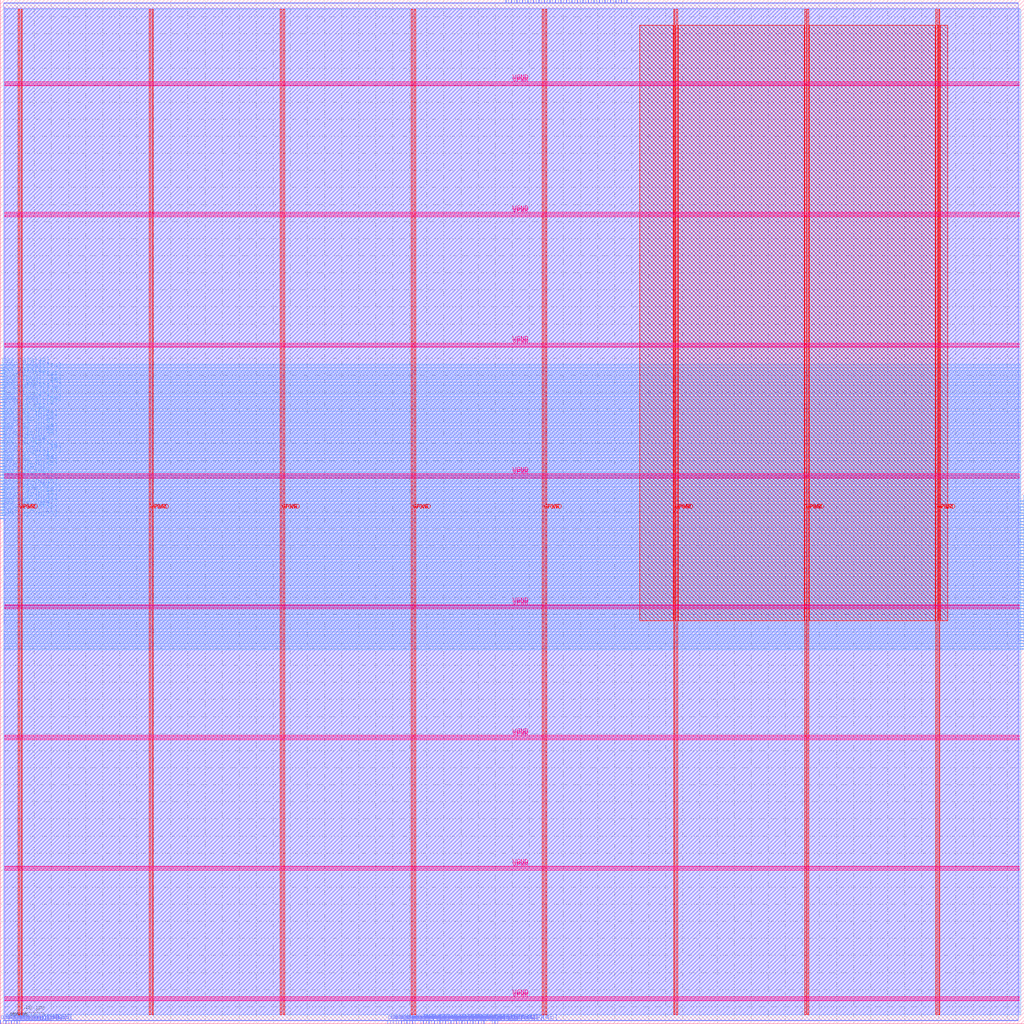
<source format=lef>
VERSION 5.7 ;
  NOWIREEXTENSIONATPIN ON ;
  DIVIDERCHAR "/" ;
  BUSBITCHARS "[]" ;
MACRO des_core
  CLASS BLOCK ;
  FOREIGN des_core ;
  ORIGIN 0.000 0.000 ;
  SIZE 1200.000 BY 1200.000 ;
  PIN VGND
    DIRECTION INOUT ;
    USE GROUND ;
    PORT
      LAYER met4 ;
        RECT 24.340 10.640 25.940 1188.880 ;
    END
    PORT
      LAYER met4 ;
        RECT 177.940 10.640 179.540 1188.880 ;
    END
    PORT
      LAYER met4 ;
        RECT 331.540 10.640 333.140 1188.880 ;
    END
    PORT
      LAYER met4 ;
        RECT 485.140 10.640 486.740 1188.880 ;
    END
    PORT
      LAYER met4 ;
        RECT 638.740 10.640 640.340 1188.880 ;
    END
    PORT
      LAYER met4 ;
        RECT 792.340 10.640 793.940 1188.880 ;
    END
    PORT
      LAYER met4 ;
        RECT 945.940 10.640 947.540 1188.880 ;
    END
    PORT
      LAYER met4 ;
        RECT 1099.540 10.640 1101.140 1188.880 ;
    END
    PORT
      LAYER met5 ;
        RECT 5.280 30.030 1194.400 31.630 ;
    END
    PORT
      LAYER met5 ;
        RECT 5.280 183.210 1194.400 184.810 ;
    END
    PORT
      LAYER met5 ;
        RECT 5.280 336.390 1194.400 337.990 ;
    END
    PORT
      LAYER met5 ;
        RECT 5.280 489.570 1194.400 491.170 ;
    END
    PORT
      LAYER met5 ;
        RECT 5.280 642.750 1194.400 644.350 ;
    END
    PORT
      LAYER met5 ;
        RECT 5.280 795.930 1194.400 797.530 ;
    END
    PORT
      LAYER met5 ;
        RECT 5.280 949.110 1194.400 950.710 ;
    END
    PORT
      LAYER met5 ;
        RECT 5.280 1102.290 1194.400 1103.890 ;
    END
  END VGND
  PIN VPWR
    DIRECTION INOUT ;
    USE POWER ;
    PORT
      LAYER met4 ;
        RECT 21.040 10.640 22.640 1188.880 ;
    END
    PORT
      LAYER met4 ;
        RECT 174.640 10.640 176.240 1188.880 ;
    END
    PORT
      LAYER met4 ;
        RECT 328.240 10.640 329.840 1188.880 ;
    END
    PORT
      LAYER met4 ;
        RECT 481.840 10.640 483.440 1188.880 ;
    END
    PORT
      LAYER met4 ;
        RECT 635.440 10.640 637.040 1188.880 ;
    END
    PORT
      LAYER met4 ;
        RECT 789.040 10.640 790.640 1188.880 ;
    END
    PORT
      LAYER met4 ;
        RECT 942.640 10.640 944.240 1188.880 ;
    END
    PORT
      LAYER met4 ;
        RECT 1096.240 10.640 1097.840 1188.880 ;
    END
    PORT
      LAYER met5 ;
        RECT 5.280 26.730 1194.400 28.330 ;
    END
    PORT
      LAYER met5 ;
        RECT 5.280 179.910 1194.400 181.510 ;
    END
    PORT
      LAYER met5 ;
        RECT 5.280 333.090 1194.400 334.690 ;
    END
    PORT
      LAYER met5 ;
        RECT 5.280 486.270 1194.400 487.870 ;
    END
    PORT
      LAYER met5 ;
        RECT 5.280 639.450 1194.400 641.050 ;
    END
    PORT
      LAYER met5 ;
        RECT 5.280 792.630 1194.400 794.230 ;
    END
    PORT
      LAYER met5 ;
        RECT 5.280 945.810 1194.400 947.410 ;
    END
    PORT
      LAYER met5 ;
        RECT 5.280 1098.990 1194.400 1100.590 ;
    END
  END VPWR
  PIN clk
    DIRECTION INPUT ;
    USE SIGNAL ;
    ANTENNAGATEAREA 0.852000 ;
    ANTENNADIFFAREA 0.434700 ;
    PORT
      LAYER met3 ;
        RECT 0.000 595.040 4.000 595.640 ;
    END
  END clk
  PIN des_data[0]
    DIRECTION INPUT ;
    USE SIGNAL ;
    ANTENNAGATEAREA 0.196500 ;
    ANTENNADIFFAREA 0.434700 ;
    PORT
      LAYER met3 ;
        RECT 1196.000 438.640 1200.000 439.240 ;
    END
  END des_data[0]
  PIN des_data[10]
    DIRECTION INPUT ;
    USE SIGNAL ;
    ANTENNAGATEAREA 0.196500 ;
    ANTENNADIFFAREA 0.434700 ;
    PORT
      LAYER met2 ;
        RECT 508.850 0.000 509.130 4.000 ;
    END
  END des_data[10]
  PIN des_data[11]
    DIRECTION INPUT ;
    USE SIGNAL ;
    ANTENNAGATEAREA 0.213000 ;
    ANTENNADIFFAREA 0.434700 ;
    PORT
      LAYER met2 ;
        RECT 563.590 0.000 563.870 4.000 ;
    END
  END des_data[11]
  PIN des_data[12]
    DIRECTION INPUT ;
    USE SIGNAL ;
    ANTENNAGATEAREA 0.247500 ;
    ANTENNADIFFAREA 0.434700 ;
    PORT
      LAYER met2 ;
        RECT 592.570 1196.000 592.850 1200.000 ;
    END
  END des_data[12]
  PIN des_data[13]
    DIRECTION INPUT ;
    USE SIGNAL ;
    ANTENNAGATEAREA 0.126000 ;
    ANTENNADIFFAREA 0.434700 ;
    PORT
      LAYER met3 ;
        RECT 0.000 663.040 4.000 663.640 ;
    END
  END des_data[13]
  PIN des_data[14]
    DIRECTION INPUT ;
    USE SIGNAL ;
    ANTENNAGATEAREA 0.196500 ;
    ANTENNADIFFAREA 0.434700 ;
    PORT
      LAYER met3 ;
        RECT 0.000 680.040 4.000 680.640 ;
    END
  END des_data[14]
  PIN des_data[15]
    DIRECTION INPUT ;
    USE SIGNAL ;
    ANTENNAGATEAREA 0.196500 ;
    ANTENNADIFFAREA 0.434700 ;
    PORT
      LAYER met3 ;
        RECT 0.000 771.840 4.000 772.440 ;
    END
  END des_data[15]
  PIN des_data[16]
    DIRECTION INPUT ;
    USE SIGNAL ;
    ANTENNAGATEAREA 0.196500 ;
    ANTENNADIFFAREA 0.434700 ;
    PORT
      LAYER met2 ;
        RECT 705.270 1196.000 705.550 1200.000 ;
    END
  END des_data[16]
  PIN des_data[17]
    DIRECTION INPUT ;
    USE SIGNAL ;
    ANTENNAGATEAREA 0.213000 ;
    ANTENNADIFFAREA 0.434700 ;
    PORT
      LAYER met2 ;
        RECT 595.790 1196.000 596.070 1200.000 ;
    END
  END des_data[17]
  PIN des_data[18]
    DIRECTION INPUT ;
    USE SIGNAL ;
    ANTENNAGATEAREA 0.196500 ;
    ANTENNADIFFAREA 0.434700 ;
    PORT
      LAYER met3 ;
        RECT 1196.000 452.240 1200.000 452.840 ;
    END
  END des_data[18]
  PIN des_data[19]
    DIRECTION INPUT ;
    USE SIGNAL ;
    ANTENNAGATEAREA 0.196500 ;
    ANTENNADIFFAREA 0.434700 ;
    PORT
      LAYER met3 ;
        RECT 1196.000 527.040 1200.000 527.640 ;
    END
  END des_data[19]
  PIN des_data[1]
    DIRECTION INPUT ;
    USE SIGNAL ;
    ANTENNAGATEAREA 0.196500 ;
    ANTENNADIFFAREA 0.434700 ;
    PORT
      LAYER met3 ;
        RECT 1196.000 476.040 1200.000 476.640 ;
    END
  END des_data[1]
  PIN des_data[20]
    DIRECTION INPUT ;
    USE SIGNAL ;
    ANTENNAGATEAREA 0.196500 ;
    ANTENNADIFFAREA 0.434700 ;
    PORT
      LAYER met3 ;
        RECT 0.000 625.640 4.000 626.240 ;
    END
  END des_data[20]
  PIN des_data[21]
    DIRECTION INPUT ;
    USE SIGNAL ;
    ANTENNAGATEAREA 0.126000 ;
    ANTENNADIFFAREA 0.434700 ;
    PORT
      LAYER met3 ;
        RECT 0.000 646.040 4.000 646.640 ;
    END
  END des_data[21]
  PIN des_data[22]
    DIRECTION INPUT ;
    USE SIGNAL ;
    ANTENNAGATEAREA 0.196500 ;
    ANTENNADIFFAREA 0.434700 ;
    PORT
      LAYER met2 ;
        RECT 479.870 0.000 480.150 4.000 ;
    END
  END des_data[22]
  PIN des_data[23]
    DIRECTION INPUT ;
    USE SIGNAL ;
    ANTENNAGATEAREA 0.196500 ;
    ANTENNADIFFAREA 0.434700 ;
    PORT
      LAYER met2 ;
        RECT 466.990 0.000 467.270 4.000 ;
    END
  END des_data[23]
  PIN des_data[24]
    DIRECTION INPUT ;
    USE SIGNAL ;
    ANTENNAGATEAREA 0.196500 ;
    ANTENNADIFFAREA 0.434700 ;
    PORT
      LAYER met2 ;
        RECT 599.010 1196.000 599.290 1200.000 ;
    END
  END des_data[24]
  PIN des_data[25]
    DIRECTION INPUT ;
    USE SIGNAL ;
    ANTENNAGATEAREA 0.159000 ;
    ANTENNADIFFAREA 0.434700 ;
    PORT
      LAYER met2 ;
        RECT 679.510 1196.000 679.790 1200.000 ;
    END
  END des_data[25]
  PIN des_data[26]
    DIRECTION INPUT ;
    USE SIGNAL ;
    ANTENNAGATEAREA 0.196500 ;
    ANTENNADIFFAREA 0.434700 ;
    PORT
      LAYER met3 ;
        RECT 1196.000 601.840 1200.000 602.440 ;
    END
  END des_data[26]
  PIN des_data[27]
    DIRECTION INPUT ;
    USE SIGNAL ;
    ANTENNAGATEAREA 0.196500 ;
    ANTENNADIFFAREA 0.434700 ;
    PORT
      LAYER met3 ;
        RECT 1196.000 510.040 1200.000 510.640 ;
    END
  END des_data[27]
  PIN des_data[28]
    DIRECTION INPUT ;
    USE SIGNAL ;
    ANTENNAGATEAREA 0.196500 ;
    ANTENNADIFFAREA 0.434700 ;
    PORT
      LAYER met2 ;
        RECT 685.950 1196.000 686.230 1200.000 ;
    END
  END des_data[28]
  PIN des_data[29]
    DIRECTION INPUT ;
    USE SIGNAL ;
    ANTENNAGATEAREA 0.213000 ;
    ANTENNADIFFAREA 0.434700 ;
    PORT
      LAYER met3 ;
        RECT 0.000 639.240 4.000 639.840 ;
    END
  END des_data[29]
  PIN des_data[2]
    DIRECTION INPUT ;
    USE SIGNAL ;
    ANTENNAGATEAREA 0.196500 ;
    ANTENNADIFFAREA 0.434700 ;
    PORT
      LAYER met2 ;
        RECT 457.330 0.000 457.610 4.000 ;
    END
  END des_data[2]
  PIN des_data[30]
    DIRECTION INPUT ;
    USE SIGNAL ;
    ANTENNAGATEAREA 0.196500 ;
    ANTENNADIFFAREA 0.434700 ;
    PORT
      LAYER met2 ;
        RECT 521.730 0.000 522.010 4.000 ;
    END
  END des_data[30]
  PIN des_data[31]
    DIRECTION INPUT ;
    USE SIGNAL ;
    ANTENNAGATEAREA 0.196500 ;
    ANTENNADIFFAREA 0.434700 ;
    PORT
      LAYER met2 ;
        RECT 502.410 0.000 502.690 4.000 ;
    END
  END des_data[31]
  PIN des_data[32]
    DIRECTION INPUT ;
    USE SIGNAL ;
    ANTENNAGATEAREA 0.196500 ;
    ANTENNADIFFAREA 0.434700 ;
    PORT
      LAYER met3 ;
        RECT 1196.000 472.640 1200.000 473.240 ;
    END
  END des_data[32]
  PIN des_data[33]
    DIRECTION INPUT ;
    USE SIGNAL ;
    ANTENNAGATEAREA 0.196500 ;
    ANTENNADIFFAREA 0.434700 ;
    PORT
      LAYER met3 ;
        RECT 1196.000 479.440 1200.000 480.040 ;
    END
  END des_data[33]
  PIN des_data[34]
    DIRECTION INPUT ;
    USE SIGNAL ;
    ANTENNAGATEAREA 0.196500 ;
    ANTENNADIFFAREA 0.434700 ;
    PORT
      LAYER met3 ;
        RECT 1196.000 530.440 1200.000 531.040 ;
    END
  END des_data[34]
  PIN des_data[35]
    DIRECTION INPUT ;
    USE SIGNAL ;
    ANTENNAGATEAREA 0.196500 ;
    ANTENNADIFFAREA 0.434700 ;
    PORT
      LAYER met3 ;
        RECT 1196.000 442.040 1200.000 442.640 ;
    END
  END des_data[35]
  PIN des_data[36]
    DIRECTION INPUT ;
    USE SIGNAL ;
    ANTENNAGATEAREA 0.196500 ;
    ANTENNADIFFAREA 0.434700 ;
    PORT
      LAYER met3 ;
        RECT 0.000 768.440 4.000 769.040 ;
    END
  END des_data[36]
  PIN des_data[37]
    DIRECTION INPUT ;
    USE SIGNAL ;
    ANTENNAGATEAREA 0.196500 ;
    ANTENNADIFFAREA 0.434700 ;
    PORT
      LAYER met3 ;
        RECT 0.000 741.240 4.000 741.840 ;
    END
  END des_data[37]
  PIN des_data[38]
    DIRECTION INPUT ;
    USE SIGNAL ;
    ANTENNAGATEAREA 0.196500 ;
    ANTENNADIFFAREA 0.434700 ;
    PORT
      LAYER met2 ;
        RECT 660.190 1196.000 660.470 1200.000 ;
    END
  END des_data[38]
  PIN des_data[39]
    DIRECTION INPUT ;
    USE SIGNAL ;
    ANTENNAGATEAREA 0.196500 ;
    ANTENNADIFFAREA 0.434700 ;
    PORT
      LAYER met2 ;
        RECT 634.430 1196.000 634.710 1200.000 ;
    END
  END des_data[39]
  PIN des_data[3]
    DIRECTION INPUT ;
    USE SIGNAL ;
    ANTENNAGATEAREA 0.196500 ;
    ANTENNADIFFAREA 0.434700 ;
    PORT
      LAYER met2 ;
        RECT 483.090 0.000 483.370 4.000 ;
    END
  END des_data[3]
  PIN des_data[40]
    DIRECTION INPUT ;
    USE SIGNAL ;
    ANTENNAGATEAREA 0.196500 ;
    ANTENNADIFFAREA 0.434700 ;
    PORT
      LAYER met2 ;
        RECT 669.850 1196.000 670.130 1200.000 ;
    END
  END des_data[40]
  PIN des_data[41]
    DIRECTION INPUT ;
    USE SIGNAL ;
    ANTENNAGATEAREA 0.213000 ;
    ANTENNADIFFAREA 0.434700 ;
    PORT
      LAYER met2 ;
        RECT 676.290 1196.000 676.570 1200.000 ;
    END
  END des_data[41]
  PIN des_data[42]
    DIRECTION INPUT ;
    USE SIGNAL ;
    ANTENNAGATEAREA 0.196500 ;
    ANTENNADIFFAREA 0.434700 ;
    PORT
      LAYER met3 ;
        RECT 1196.000 493.040 1200.000 493.640 ;
    END
  END des_data[42]
  PIN des_data[43]
    DIRECTION INPUT ;
    USE SIGNAL ;
    ANTENNAGATEAREA 0.196500 ;
    ANTENNADIFFAREA 0.434700 ;
    PORT
      LAYER met3 ;
        RECT 1196.000 482.840 1200.000 483.440 ;
    END
  END des_data[43]
  PIN des_data[44]
    DIRECTION INPUT ;
    USE SIGNAL ;
    ANTENNAGATEAREA 0.196500 ;
    ANTENNADIFFAREA 0.434700 ;
    PORT
      LAYER met2 ;
        RECT 579.690 0.000 579.970 4.000 ;
    END
  END des_data[44]
  PIN des_data[45]
    DIRECTION INPUT ;
    USE SIGNAL ;
    ANTENNAGATEAREA 0.213000 ;
    ANTENNADIFFAREA 0.434700 ;
    PORT
      LAYER met3 ;
        RECT 0.000 601.840 4.000 602.440 ;
    END
  END des_data[45]
  PIN des_data[46]
    DIRECTION INPUT ;
    USE SIGNAL ;
    ANTENNAGATEAREA 0.196500 ;
    ANTENNADIFFAREA 0.434700 ;
    PORT
      LAYER met3 ;
        RECT 0.000 758.240 4.000 758.840 ;
    END
  END des_data[46]
  PIN des_data[47]
    DIRECTION INPUT ;
    USE SIGNAL ;
    ANTENNAGATEAREA 0.196500 ;
    ANTENNADIFFAREA 0.434700 ;
    PORT
      LAYER met3 ;
        RECT 0.000 731.040 4.000 731.640 ;
    END
  END des_data[47]
  PIN des_data[48]
    DIRECTION INPUT ;
    USE SIGNAL ;
    ANTENNAGATEAREA 0.196500 ;
    ANTENNADIFFAREA 0.434700 ;
    PORT
      LAYER met2 ;
        RECT 624.770 1196.000 625.050 1200.000 ;
    END
  END des_data[48]
  PIN des_data[49]
    DIRECTION INPUT ;
    USE SIGNAL ;
    ANTENNAGATEAREA 0.213000 ;
    ANTENNADIFFAREA 0.434700 ;
    PORT
      LAYER met2 ;
        RECT 666.630 1196.000 666.910 1200.000 ;
    END
  END des_data[49]
  PIN des_data[4]
    DIRECTION INPUT ;
    USE SIGNAL ;
    ANTENNAGATEAREA 0.196500 ;
    ANTENNADIFFAREA 0.434700 ;
    PORT
      LAYER met3 ;
        RECT 0.000 761.640 4.000 762.240 ;
    END
  END des_data[4]
  PIN des_data[50]
    DIRECTION INPUT ;
    USE SIGNAL ;
    ANTENNAGATEAREA 0.196500 ;
    ANTENNADIFFAREA 0.434700 ;
    PORT
      LAYER met2 ;
        RECT 550.710 0.000 550.990 4.000 ;
    END
  END des_data[50]
  PIN des_data[51]
    DIRECTION INPUT ;
    USE SIGNAL ;
    ANTENNAGATEAREA 0.196500 ;
    ANTENNADIFFAREA 0.434700 ;
    PORT
      LAYER met3 ;
        RECT 1196.000 506.640 1200.000 507.240 ;
    END
  END des_data[51]
  PIN des_data[52]
    DIRECTION INPUT ;
    USE SIGNAL ;
    ANTENNAGATEAREA 0.196500 ;
    ANTENNADIFFAREA 0.434700 ;
    PORT
      LAYER met2 ;
        RECT 695.610 1196.000 695.890 1200.000 ;
    END
  END des_data[52]
  PIN des_data[53]
    DIRECTION INPUT ;
    USE SIGNAL ;
    ANTENNAGATEAREA 0.213000 ;
    ANTENNADIFFAREA 0.434700 ;
    PORT
      LAYER met2 ;
        RECT 608.670 1196.000 608.950 1200.000 ;
    END
  END des_data[53]
  PIN des_data[54]
    DIRECTION INPUT ;
    USE SIGNAL ;
    ANTENNAGATEAREA 0.196500 ;
    ANTENNADIFFAREA 0.434700 ;
    PORT
      LAYER met2 ;
        RECT 547.490 0.000 547.770 4.000 ;
    END
  END des_data[54]
  PIN des_data[55]
    DIRECTION INPUT ;
    USE SIGNAL ;
    ANTENNAGATEAREA 0.213000 ;
    ANTENNADIFFAREA 0.434700 ;
    PORT
      LAYER met2 ;
        RECT 531.390 0.000 531.670 4.000 ;
    END
  END des_data[55]
  PIN des_data[56]
    DIRECTION INPUT ;
    USE SIGNAL ;
    ANTENNAGATEAREA 0.196500 ;
    ANTENNADIFFAREA 0.434700 ;
    PORT
      LAYER met2 ;
        RECT 731.030 1196.000 731.310 1200.000 ;
    END
  END des_data[56]
  PIN des_data[57]
    DIRECTION INPUT ;
    USE SIGNAL ;
    ANTENNAGATEAREA 0.196500 ;
    ANTENNADIFFAREA 0.434700 ;
    PORT
      LAYER met2 ;
        RECT 714.930 1196.000 715.210 1200.000 ;
    END
  END des_data[57]
  PIN des_data[58]
    DIRECTION INPUT ;
    USE SIGNAL ;
    ANTENNAGATEAREA 0.196500 ;
    ANTENNADIFFAREA 0.434700 ;
    PORT
      LAYER met2 ;
        RECT 611.890 1196.000 612.170 1200.000 ;
    END
  END des_data[58]
  PIN des_data[59]
    DIRECTION INPUT ;
    USE SIGNAL ;
    ANTENNAGATEAREA 0.196500 ;
    ANTENNADIFFAREA 0.434700 ;
    PORT
      LAYER met3 ;
        RECT 1196.000 537.240 1200.000 537.840 ;
    END
  END des_data[59]
  PIN des_data[5]
    DIRECTION INPUT ;
    USE SIGNAL ;
    ANTENNAGATEAREA 0.196500 ;
    ANTENNADIFFAREA 0.434700 ;
    PORT
      LAYER met3 ;
        RECT 0.000 717.440 4.000 718.040 ;
    END
  END des_data[5]
  PIN des_data[60]
    DIRECTION INPUT ;
    USE SIGNAL ;
    ANTENNAGATEAREA 0.196500 ;
    ANTENNADIFFAREA 0.434700 ;
    PORT
      LAYER met3 ;
        RECT 0.000 714.040 4.000 714.640 ;
    END
  END des_data[60]
  PIN des_data[61]
    DIRECTION INPUT ;
    USE SIGNAL ;
    ANTENNAGATEAREA 0.213000 ;
    ANTENNADIFFAREA 0.434700 ;
    PORT
      LAYER met3 ;
        RECT 0.000 676.640 4.000 677.240 ;
    END
  END des_data[61]
  PIN des_data[62]
    DIRECTION INPUT ;
    USE SIGNAL ;
    ANTENNAGATEAREA 0.196500 ;
    ANTENNADIFFAREA 0.434700 ;
    PORT
      LAYER met2 ;
        RECT 534.610 0.000 534.890 4.000 ;
    END
  END des_data[62]
  PIN des_data[63]
    DIRECTION INPUT ;
    USE SIGNAL ;
    ANTENNAGATEAREA 0.213000 ;
    ANTENNADIFFAREA 0.434700 ;
    PORT
      LAYER met2 ;
        RECT 528.170 0.000 528.450 4.000 ;
    END
  END des_data[63]
  PIN des_data[6]
    DIRECTION INPUT ;
    USE SIGNAL ;
    ANTENNAGATEAREA 0.196500 ;
    ANTENNADIFFAREA 0.434700 ;
    PORT
      LAYER met2 ;
        RECT 627.990 1196.000 628.270 1200.000 ;
    END
  END des_data[6]
  PIN des_data[7]
    DIRECTION INPUT ;
    USE SIGNAL ;
    ANTENNAGATEAREA 0.196500 ;
    ANTENNADIFFAREA 0.434700 ;
    PORT
      LAYER met2 ;
        RECT 631.210 1196.000 631.490 1200.000 ;
    END
  END des_data[7]
  PIN des_data[8]
    DIRECTION INPUT ;
    USE SIGNAL ;
    ANTENNAGATEAREA 0.196500 ;
    ANTENNADIFFAREA 0.434700 ;
    PORT
      LAYER met2 ;
        RECT 708.490 1196.000 708.770 1200.000 ;
    END
  END des_data[8]
  PIN des_data[9]
    DIRECTION INPUT ;
    USE SIGNAL ;
    ANTENNAGATEAREA 0.196500 ;
    ANTENNADIFFAREA 0.434700 ;
    PORT
      LAYER met2 ;
        RECT 724.590 1196.000 724.870 1200.000 ;
    END
  END des_data[9]
  PIN des_decipher_en
    DIRECTION INPUT ;
    USE SIGNAL ;
    ANTENNAGATEAREA 0.213000 ;
    ANTENNADIFFAREA 0.434700 ;
    PORT
      LAYER met2 ;
        RECT 476.650 0.000 476.930 4.000 ;
    END
  END des_decipher_en
  PIN des_encipher_en
    DIRECTION INPUT ;
    USE SIGNAL ;
    ANTENNAGATEAREA 0.213000 ;
    ANTENNADIFFAREA 0.434700 ;
    PORT
      LAYER met2 ;
        RECT 473.430 0.000 473.710 4.000 ;
    END
  END des_encipher_en
  PIN des_key_in[0]
    DIRECTION INPUT ;
    USE SIGNAL ;
    PORT
      LAYER met2 ;
        RECT 0.090 0.000 0.370 4.000 ;
    END
  END des_key_in[0]
  PIN des_key_in[10]
    DIRECTION INPUT ;
    USE SIGNAL ;
    ANTENNAGATEAREA 0.196500 ;
    ANTENNADIFFAREA 0.434700 ;
    PORT
      LAYER met3 ;
        RECT 1196.000 608.640 1200.000 609.240 ;
    END
  END des_key_in[10]
  PIN des_key_in[11]
    DIRECTION INPUT ;
    USE SIGNAL ;
    ANTENNAGATEAREA 0.196500 ;
    ANTENNADIFFAREA 0.434700 ;
    PORT
      LAYER met3 ;
        RECT 1196.000 571.240 1200.000 571.840 ;
    END
  END des_key_in[11]
  PIN des_key_in[12]
    DIRECTION INPUT ;
    USE SIGNAL ;
    ANTENNAGATEAREA 0.213000 ;
    ANTENNADIFFAREA 0.434700 ;
    PORT
      LAYER met3 ;
        RECT 0.000 615.440 4.000 616.040 ;
    END
  END des_key_in[12]
  PIN des_key_in[13]
    DIRECTION INPUT ;
    USE SIGNAL ;
    ANTENNAGATEAREA 0.196500 ;
    ANTENNADIFFAREA 0.434700 ;
    PORT
      LAYER met3 ;
        RECT 0.000 693.640 4.000 694.240 ;
    END
  END des_key_in[13]
  PIN des_key_in[14]
    DIRECTION INPUT ;
    USE SIGNAL ;
    ANTENNAGATEAREA 0.196500 ;
    ANTENNADIFFAREA 0.434700 ;
    PORT
      LAYER met3 ;
        RECT 0.000 673.240 4.000 673.840 ;
    END
  END des_key_in[14]
  PIN des_key_in[15]
    DIRECTION INPUT ;
    USE SIGNAL ;
    ANTENNAGATEAREA 0.247500 ;
    ANTENNADIFFAREA 0.434700 ;
    PORT
      LAYER met2 ;
        RECT 544.270 0.000 544.550 4.000 ;
    END
  END des_key_in[15]
  PIN des_key_in[16]
    DIRECTION INPUT ;
    USE SIGNAL ;
    PORT
      LAYER met2 ;
        RECT 3.310 0.000 3.590 4.000 ;
    END
  END des_key_in[16]
  PIN des_key_in[17]
    DIRECTION INPUT ;
    USE SIGNAL ;
    ANTENNAGATEAREA 0.196500 ;
    ANTENNADIFFAREA 0.434700 ;
    PORT
      LAYER met3 ;
        RECT 1196.000 561.040 1200.000 561.640 ;
    END
  END des_key_in[17]
  PIN des_key_in[18]
    DIRECTION INPUT ;
    USE SIGNAL ;
    ANTENNAGATEAREA 0.196500 ;
    ANTENNADIFFAREA 0.434700 ;
    PORT
      LAYER met3 ;
        RECT 1196.000 605.240 1200.000 605.840 ;
    END
  END des_key_in[18]
  PIN des_key_in[19]
    DIRECTION INPUT ;
    USE SIGNAL ;
    ANTENNAGATEAREA 0.196500 ;
    ANTENNADIFFAREA 0.434700 ;
    PORT
      LAYER met3 ;
        RECT 1196.000 516.840 1200.000 517.440 ;
    END
  END des_key_in[19]
  PIN des_key_in[1]
    DIRECTION INPUT ;
    USE SIGNAL ;
    ANTENNAGATEAREA 0.196500 ;
    ANTENNADIFFAREA 0.434700 ;
    PORT
      LAYER met3 ;
        RECT 1196.000 598.440 1200.000 599.040 ;
    END
  END des_key_in[1]
  PIN des_key_in[20]
    DIRECTION INPUT ;
    USE SIGNAL ;
    ANTENNAGATEAREA 0.213000 ;
    ANTENNADIFFAREA 0.434700 ;
    PORT
      LAYER met3 ;
        RECT 0.000 598.440 4.000 599.040 ;
    END
  END des_key_in[20]
  PIN des_key_in[21]
    DIRECTION INPUT ;
    USE SIGNAL ;
    ANTENNAGATEAREA 0.196500 ;
    ANTENNADIFFAREA 0.434700 ;
    PORT
      LAYER met3 ;
        RECT 0.000 710.640 4.000 711.240 ;
    END
  END des_key_in[21]
  PIN des_key_in[22]
    DIRECTION INPUT ;
    USE SIGNAL ;
    ANTENNAGATEAREA 0.196500 ;
    ANTENNADIFFAREA 0.434700 ;
    PORT
      LAYER met3 ;
        RECT 0.000 683.440 4.000 684.040 ;
    END
  END des_key_in[22]
  PIN des_key_in[23]
    DIRECTION INPUT ;
    USE SIGNAL ;
    ANTENNAGATEAREA 0.213000 ;
    ANTENNADIFFAREA 0.434700 ;
    PORT
      LAYER met3 ;
        RECT 0.000 591.640 4.000 592.240 ;
    END
  END des_key_in[23]
  PIN des_key_in[24]
    DIRECTION INPUT ;
    USE SIGNAL ;
    PORT
      LAYER met2 ;
        RECT 6.530 0.000 6.810 4.000 ;
    END
  END des_key_in[24]
  PIN des_key_in[25]
    DIRECTION INPUT ;
    USE SIGNAL ;
    ANTENNAGATEAREA 0.247500 ;
    ANTENNADIFFAREA 0.434700 ;
    PORT
      LAYER met2 ;
        RECT 647.310 1196.000 647.590 1200.000 ;
    END
  END des_key_in[25]
  PIN des_key_in[26]
    DIRECTION INPUT ;
    USE SIGNAL ;
    ANTENNAGATEAREA 0.196500 ;
    ANTENNADIFFAREA 0.434700 ;
    PORT
      LAYER met3 ;
        RECT 1196.000 544.040 1200.000 544.640 ;
    END
  END des_key_in[26]
  PIN des_key_in[27]
    DIRECTION INPUT ;
    USE SIGNAL ;
    ANTENNAGATEAREA 0.196500 ;
    ANTENNADIFFAREA 0.434700 ;
    PORT
      LAYER met3 ;
        RECT 1196.000 496.440 1200.000 497.040 ;
    END
  END des_key_in[27]
  PIN des_key_in[28]
    DIRECTION INPUT ;
    USE SIGNAL ;
    ANTENNAGATEAREA 0.247500 ;
    ANTENNADIFFAREA 0.434700 ;
    PORT
      LAYER met2 ;
        RECT 518.510 0.000 518.790 4.000 ;
    END
  END des_key_in[28]
  PIN des_key_in[29]
    DIRECTION INPUT ;
    USE SIGNAL ;
    ANTENNAGATEAREA 0.196500 ;
    ANTENNADIFFAREA 0.434700 ;
    PORT
      LAYER met3 ;
        RECT 0.000 652.840 4.000 653.440 ;
    END
  END des_key_in[29]
  PIN des_key_in[2]
    DIRECTION INPUT ;
    USE SIGNAL ;
    ANTENNAGATEAREA 0.196500 ;
    ANTENNADIFFAREA 0.434700 ;
    PORT
      LAYER met3 ;
        RECT 1196.000 567.840 1200.000 568.440 ;
    END
  END des_key_in[2]
  PIN des_key_in[30]
    DIRECTION INPUT ;
    USE SIGNAL ;
    ANTENNAGATEAREA 0.196500 ;
    ANTENNADIFFAREA 0.434700 ;
    PORT
      LAYER met3 ;
        RECT 0.000 703.840 4.000 704.440 ;
    END
  END des_key_in[30]
  PIN des_key_in[31]
    DIRECTION INPUT ;
    USE SIGNAL ;
    ANTENNAGATEAREA 0.126000 ;
    ANTENNADIFFAREA 0.434700 ;
    PORT
      LAYER met3 ;
        RECT 0.000 642.640 4.000 643.240 ;
    END
  END des_key_in[31]
  PIN des_key_in[32]
    DIRECTION INPUT ;
    USE SIGNAL ;
    PORT
      LAYER met2 ;
        RECT 9.750 0.000 10.030 4.000 ;
    END
  END des_key_in[32]
  PIN des_key_in[33]
    DIRECTION INPUT ;
    USE SIGNAL ;
    ANTENNAGATEAREA 0.196500 ;
    ANTENNADIFFAREA 0.434700 ;
    PORT
      LAYER met3 ;
        RECT 1196.000 564.440 1200.000 565.040 ;
    END
  END des_key_in[33]
  PIN des_key_in[34]
    DIRECTION INPUT ;
    USE SIGNAL ;
    ANTENNAGATEAREA 0.196500 ;
    ANTENNADIFFAREA 0.434700 ;
    PORT
      LAYER met3 ;
        RECT 1196.000 574.640 1200.000 575.240 ;
    END
  END des_key_in[34]
  PIN des_key_in[35]
    DIRECTION INPUT ;
    USE SIGNAL ;
    ANTENNAGATEAREA 0.196500 ;
    ANTENNADIFFAREA 0.434700 ;
    PORT
      LAYER met3 ;
        RECT 1196.000 513.440 1200.000 514.040 ;
    END
  END des_key_in[35]
  PIN des_key_in[36]
    DIRECTION INPUT ;
    USE SIGNAL ;
    ANTENNAGATEAREA 0.196500 ;
    ANTENNADIFFAREA 0.434700 ;
    PORT
      LAYER met3 ;
        RECT 1196.000 547.440 1200.000 548.040 ;
    END
  END des_key_in[36]
  PIN des_key_in[37]
    DIRECTION INPUT ;
    USE SIGNAL ;
    ANTENNAGATEAREA 0.196500 ;
    ANTENNADIFFAREA 0.434700 ;
    PORT
      LAYER met3 ;
        RECT 0.000 612.040 4.000 612.640 ;
    END
  END des_key_in[37]
  PIN des_key_in[38]
    DIRECTION INPUT ;
    USE SIGNAL ;
    ANTENNAGATEAREA 0.126000 ;
    ANTENNADIFFAREA 0.434700 ;
    PORT
      LAYER met3 ;
        RECT 0.000 686.840 4.000 687.440 ;
    END
  END des_key_in[38]
  PIN des_key_in[39]
    DIRECTION INPUT ;
    USE SIGNAL ;
    ANTENNAGATEAREA 0.213000 ;
    ANTENNADIFFAREA 0.434700 ;
    PORT
      LAYER met3 ;
        RECT 0.000 632.440 4.000 633.040 ;
    END
  END des_key_in[39]
  PIN des_key_in[3]
    DIRECTION INPUT ;
    USE SIGNAL ;
    ANTENNAGATEAREA 0.196500 ;
    ANTENNADIFFAREA 0.434700 ;
    PORT
      LAYER met3 ;
        RECT 1196.000 520.240 1200.000 520.840 ;
    END
  END des_key_in[3]
  PIN des_key_in[40]
    DIRECTION INPUT ;
    USE SIGNAL ;
    PORT
      LAYER met2 ;
        RECT 12.970 0.000 13.250 4.000 ;
    END
  END des_key_in[40]
  PIN des_key_in[41]
    DIRECTION INPUT ;
    USE SIGNAL ;
    ANTENNAGATEAREA 0.247500 ;
    ANTENNADIFFAREA 0.434700 ;
    PORT
      LAYER met2 ;
        RECT 682.730 1196.000 683.010 1200.000 ;
    END
  END des_key_in[41]
  PIN des_key_in[42]
    DIRECTION INPUT ;
    USE SIGNAL ;
    ANTENNAGATEAREA 0.196500 ;
    ANTENNADIFFAREA 0.434700 ;
    PORT
      LAYER met3 ;
        RECT 1196.000 588.240 1200.000 588.840 ;
    END
  END des_key_in[42]
  PIN des_key_in[43]
    DIRECTION INPUT ;
    USE SIGNAL ;
    ANTENNAGATEAREA 0.196500 ;
    ANTENNADIFFAREA 0.434700 ;
    PORT
      LAYER met3 ;
        RECT 1196.000 581.440 1200.000 582.040 ;
    END
  END des_key_in[43]
  PIN des_key_in[44]
    DIRECTION INPUT ;
    USE SIGNAL ;
    ANTENNAGATEAREA 0.196500 ;
    ANTENNADIFFAREA 0.434700 ;
    PORT
      LAYER met3 ;
        RECT 1196.000 540.640 1200.000 541.240 ;
    END
  END des_key_in[44]
  PIN des_key_in[45]
    DIRECTION INPUT ;
    USE SIGNAL ;
    ANTENNAGATEAREA 0.196500 ;
    ANTENNADIFFAREA 0.434700 ;
    PORT
      LAYER met3 ;
        RECT 0.000 629.040 4.000 629.640 ;
    END
  END des_key_in[45]
  PIN des_key_in[46]
    DIRECTION INPUT ;
    USE SIGNAL ;
    ANTENNAGATEAREA 0.126000 ;
    ANTENNADIFFAREA 0.434700 ;
    PORT
      LAYER met3 ;
        RECT 0.000 656.240 4.000 656.840 ;
    END
  END des_key_in[46]
  PIN des_key_in[47]
    DIRECTION INPUT ;
    USE SIGNAL ;
    ANTENNAGATEAREA 0.196500 ;
    ANTENNADIFFAREA 0.434700 ;
    PORT
      LAYER met3 ;
        RECT 0.000 605.240 4.000 605.840 ;
    END
  END des_key_in[47]
  PIN des_key_in[48]
    DIRECTION INPUT ;
    USE SIGNAL ;
    PORT
      LAYER met2 ;
        RECT 16.190 0.000 16.470 4.000 ;
    END
  END des_key_in[48]
  PIN des_key_in[49]
    DIRECTION INPUT ;
    USE SIGNAL ;
    ANTENNAGATEAREA 0.196500 ;
    ANTENNADIFFAREA 0.434700 ;
    PORT
      LAYER met3 ;
        RECT 1196.000 595.040 1200.000 595.640 ;
    END
  END des_key_in[49]
  PIN des_key_in[4]
    DIRECTION INPUT ;
    USE SIGNAL ;
    ANTENNAGATEAREA 0.196500 ;
    ANTENNADIFFAREA 0.434700 ;
    PORT
      LAYER met2 ;
        RECT 566.810 0.000 567.090 4.000 ;
    END
  END des_key_in[4]
  PIN des_key_in[50]
    DIRECTION INPUT ;
    USE SIGNAL ;
    ANTENNAGATEAREA 0.196500 ;
    ANTENNADIFFAREA 0.434700 ;
    PORT
      LAYER met3 ;
        RECT 1196.000 554.240 1200.000 554.840 ;
    END
  END des_key_in[50]
  PIN des_key_in[51]
    DIRECTION INPUT ;
    USE SIGNAL ;
    ANTENNAGATEAREA 0.196500 ;
    ANTENNADIFFAREA 0.434700 ;
    PORT
      LAYER met3 ;
        RECT 1196.000 499.840 1200.000 500.440 ;
    END
  END des_key_in[51]
  PIN des_key_in[52]
    DIRECTION INPUT ;
    USE SIGNAL ;
    ANTENNAGATEAREA 0.196500 ;
    ANTENNADIFFAREA 0.434700 ;
    PORT
      LAYER met3 ;
        RECT 1196.000 533.840 1200.000 534.440 ;
    END
  END des_key_in[52]
  PIN des_key_in[53]
    DIRECTION INPUT ;
    USE SIGNAL ;
    ANTENNAGATEAREA 0.126000 ;
    ANTENNADIFFAREA 0.434700 ;
    PORT
      LAYER met3 ;
        RECT 0.000 618.840 4.000 619.440 ;
    END
  END des_key_in[53]
  PIN des_key_in[54]
    DIRECTION INPUT ;
    USE SIGNAL ;
    ANTENNAGATEAREA 0.126000 ;
    ANTENNADIFFAREA 0.434700 ;
    PORT
      LAYER met3 ;
        RECT 0.000 649.440 4.000 650.040 ;
    END
  END des_key_in[54]
  PIN des_key_in[55]
    DIRECTION INPUT ;
    USE SIGNAL ;
    ANTENNAGATEAREA 0.196500 ;
    ANTENNADIFFAREA 0.434700 ;
    PORT
      LAYER met3 ;
        RECT 0.000 690.240 4.000 690.840 ;
    END
  END des_key_in[55]
  PIN des_key_in[56]
    DIRECTION INPUT ;
    USE SIGNAL ;
    PORT
      LAYER met2 ;
        RECT 19.410 0.000 19.690 4.000 ;
    END
  END des_key_in[56]
  PIN des_key_in[57]
    DIRECTION INPUT ;
    USE SIGNAL ;
    ANTENNAGATEAREA 0.213000 ;
    ANTENNADIFFAREA 0.434700 ;
    PORT
      LAYER met2 ;
        RECT 689.170 1196.000 689.450 1200.000 ;
    END
  END des_key_in[57]
  PIN des_key_in[58]
    DIRECTION INPUT ;
    USE SIGNAL ;
    ANTENNAGATEAREA 0.196500 ;
    ANTENNADIFFAREA 0.434700 ;
    PORT
      LAYER met3 ;
        RECT 1196.000 550.840 1200.000 551.440 ;
    END
  END des_key_in[58]
  PIN des_key_in[59]
    DIRECTION INPUT ;
    USE SIGNAL ;
    ANTENNAGATEAREA 0.196500 ;
    ANTENNADIFFAREA 0.434700 ;
    PORT
      LAYER met3 ;
        RECT 1196.000 523.640 1200.000 524.240 ;
    END
  END des_key_in[59]
  PIN des_key_in[5]
    DIRECTION INPUT ;
    USE SIGNAL ;
    ANTENNAGATEAREA 0.126000 ;
    ANTENNADIFFAREA 0.434700 ;
    PORT
      LAYER met3 ;
        RECT 0.000 697.040 4.000 697.640 ;
    END
  END des_key_in[5]
  PIN des_key_in[60]
    DIRECTION INPUT ;
    USE SIGNAL ;
    ANTENNAGATEAREA 0.196500 ;
    ANTENNADIFFAREA 0.434700 ;
    PORT
      LAYER met3 ;
        RECT 1196.000 591.640 1200.000 592.240 ;
    END
  END des_key_in[60]
  PIN des_key_in[61]
    DIRECTION INPUT ;
    USE SIGNAL ;
    ANTENNAGATEAREA 0.213000 ;
    ANTENNADIFFAREA 0.434700 ;
    PORT
      LAYER met3 ;
        RECT 0.000 608.640 4.000 609.240 ;
    END
  END des_key_in[61]
  PIN des_key_in[62]
    DIRECTION INPUT ;
    USE SIGNAL ;
    ANTENNAGATEAREA 0.126000 ;
    ANTENNADIFFAREA 0.434700 ;
    PORT
      LAYER met3 ;
        RECT 0.000 659.640 4.000 660.240 ;
    END
  END des_key_in[62]
  PIN des_key_in[63]
    DIRECTION INPUT ;
    USE SIGNAL ;
    ANTENNAGATEAREA 0.196500 ;
    ANTENNADIFFAREA 0.434700 ;
    PORT
      LAYER met3 ;
        RECT 0.000 707.240 4.000 707.840 ;
    END
  END des_key_in[63]
  PIN des_key_in[6]
    DIRECTION INPUT ;
    USE SIGNAL ;
    ANTENNAGATEAREA 0.196500 ;
    ANTENNADIFFAREA 0.434700 ;
    PORT
      LAYER met3 ;
        RECT 0.000 700.440 4.000 701.040 ;
    END
  END des_key_in[6]
  PIN des_key_in[7]
    DIRECTION INPUT ;
    USE SIGNAL ;
    ANTENNAGATEAREA 0.247500 ;
    ANTENNADIFFAREA 0.434700 ;
    PORT
      LAYER met2 ;
        RECT 505.630 0.000 505.910 4.000 ;
    END
  END des_key_in[7]
  PIN des_key_in[8]
    DIRECTION INPUT ;
    USE SIGNAL ;
    PORT
      LAYER met2 ;
        RECT 22.630 0.000 22.910 4.000 ;
    END
  END des_key_in[8]
  PIN des_key_in[9]
    DIRECTION INPUT ;
    USE SIGNAL ;
    ANTENNAGATEAREA 0.196500 ;
    ANTENNADIFFAREA 0.434700 ;
    PORT
      LAYER met3 ;
        RECT 1196.000 557.640 1200.000 558.240 ;
    END
  END des_key_in[9]
  PIN desc_ready
    DIRECTION OUTPUT ;
    USE SIGNAL ;
    ANTENNADIFFAREA 0.445500 ;
    PORT
      LAYER met2 ;
        RECT 492.750 0.000 493.030 4.000 ;
    END
  END desc_ready
  PIN desc_result[0]
    DIRECTION OUTPUT ;
    USE SIGNAL ;
    ANTENNADIFFAREA 0.445500 ;
    PORT
      LAYER met3 ;
        RECT 1196.000 462.440 1200.000 463.040 ;
    END
  END desc_result[0]
  PIN desc_result[10]
    DIRECTION OUTPUT ;
    USE SIGNAL ;
    ANTENNADIFFAREA 0.445500 ;
    PORT
      LAYER met2 ;
        RECT 499.190 0.000 499.470 4.000 ;
    END
  END desc_result[10]
  PIN desc_result[11]
    DIRECTION OUTPUT ;
    USE SIGNAL ;
    ANTENNADIFFAREA 0.445500 ;
    PORT
      LAYER met2 ;
        RECT 515.290 0.000 515.570 4.000 ;
    END
  END desc_result[11]
  PIN desc_result[12]
    DIRECTION OUTPUT ;
    USE SIGNAL ;
    ANTENNADIFFAREA 0.445500 ;
    PORT
      LAYER met3 ;
        RECT 0.000 751.440 4.000 752.040 ;
    END
  END desc_result[12]
  PIN desc_result[13]
    DIRECTION OUTPUT ;
    USE SIGNAL ;
    ANTENNADIFFAREA 0.445500 ;
    PORT
      LAYER met3 ;
        RECT 0.000 744.640 4.000 745.240 ;
    END
  END desc_result[13]
  PIN desc_result[14]
    DIRECTION OUTPUT ;
    USE SIGNAL ;
    ANTENNADIFFAREA 0.445500 ;
    PORT
      LAYER met3 ;
        RECT 0.000 765.040 4.000 765.640 ;
    END
  END desc_result[14]
  PIN desc_result[15]
    DIRECTION OUTPUT ;
    USE SIGNAL ;
    ANTENNADIFFAREA 0.445500 ;
    PORT
      LAYER met3 ;
        RECT 0.000 669.840 4.000 670.440 ;
    END
  END desc_result[15]
  PIN desc_result[16]
    DIRECTION OUTPUT ;
    USE SIGNAL ;
    ANTENNADIFFAREA 0.445500 ;
    PORT
      LAYER met2 ;
        RECT 702.050 1196.000 702.330 1200.000 ;
    END
  END desc_result[16]
  PIN desc_result[17]
    DIRECTION OUTPUT ;
    USE SIGNAL ;
    ANTENNADIFFAREA 0.445500 ;
    PORT
      LAYER met2 ;
        RECT 711.710 1196.000 711.990 1200.000 ;
    END
  END desc_result[17]
  PIN desc_result[18]
    DIRECTION OUTPUT ;
    USE SIGNAL ;
    ANTENNADIFFAREA 0.445500 ;
    PORT
      LAYER met3 ;
        RECT 1196.000 455.640 1200.000 456.240 ;
    END
  END desc_result[18]
  PIN desc_result[19]
    DIRECTION OUTPUT ;
    USE SIGNAL ;
    ANTENNADIFFAREA 0.445500 ;
    PORT
      LAYER met3 ;
        RECT 1196.000 459.040 1200.000 459.640 ;
    END
  END desc_result[19]
  PIN desc_result[1]
    DIRECTION OUTPUT ;
    USE SIGNAL ;
    ANTENNADIFFAREA 0.445500 ;
    PORT
      LAYER met3 ;
        RECT 1196.000 469.240 1200.000 469.840 ;
    END
  END desc_result[1]
  PIN desc_result[20]
    DIRECTION OUTPUT ;
    USE SIGNAL ;
    ANTENNADIFFAREA 0.445500 ;
    PORT
      LAYER met3 ;
        RECT 0.000 635.840 4.000 636.440 ;
    END
  END desc_result[20]
  PIN desc_result[21]
    DIRECTION OUTPUT ;
    USE SIGNAL ;
    ANTENNADIFFAREA 0.445500 ;
    PORT
      LAYER met3 ;
        RECT 0.000 622.240 4.000 622.840 ;
    END
  END desc_result[21]
  PIN desc_result[22]
    DIRECTION OUTPUT ;
    USE SIGNAL ;
    ANTENNADIFFAREA 0.445500 ;
    PORT
      LAYER met2 ;
        RECT 470.210 0.000 470.490 4.000 ;
    END
  END desc_result[22]
  PIN desc_result[23]
    DIRECTION OUTPUT ;
    USE SIGNAL ;
    ANTENNADIFFAREA 0.445500 ;
    PORT
      LAYER met2 ;
        RECT 463.770 0.000 464.050 4.000 ;
    END
  END desc_result[23]
  PIN desc_result[24]
    DIRECTION OUTPUT ;
    USE SIGNAL ;
    ANTENNADIFFAREA 0.445500 ;
    PORT
      LAYER met2 ;
        RECT 621.550 1196.000 621.830 1200.000 ;
    END
  END desc_result[24]
  PIN desc_result[25]
    DIRECTION OUTPUT ;
    USE SIGNAL ;
    ANTENNADIFFAREA 0.445500 ;
    PORT
      LAYER met2 ;
        RECT 637.650 1196.000 637.930 1200.000 ;
    END
  END desc_result[25]
  PIN desc_result[26]
    DIRECTION OUTPUT ;
    USE SIGNAL ;
    ANTENNADIFFAREA 0.445500 ;
    PORT
      LAYER met3 ;
        RECT 1196.000 584.840 1200.000 585.440 ;
    END
  END desc_result[26]
  PIN desc_result[27]
    DIRECTION OUTPUT ;
    USE SIGNAL ;
    ANTENNADIFFAREA 0.445500 ;
    PORT
      LAYER met3 ;
        RECT 1196.000 578.040 1200.000 578.640 ;
    END
  END desc_result[27]
  PIN desc_result[28]
    DIRECTION OUTPUT ;
    USE SIGNAL ;
    ANTENNADIFFAREA 0.445500 ;
    PORT
      LAYER met2 ;
        RECT 650.530 1196.000 650.810 1200.000 ;
    END
  END desc_result[28]
  PIN desc_result[29]
    DIRECTION OUTPUT ;
    USE SIGNAL ;
    ANTENNADIFFAREA 0.445500 ;
    PORT
      LAYER met2 ;
        RECT 656.970 1196.000 657.250 1200.000 ;
    END
  END desc_result[29]
  PIN desc_result[2]
    DIRECTION OUTPUT ;
    USE SIGNAL ;
    ANTENNADIFFAREA 0.445500 ;
    PORT
      LAYER met2 ;
        RECT 454.110 0.000 454.390 4.000 ;
    END
  END desc_result[2]
  PIN desc_result[30]
    DIRECTION OUTPUT ;
    USE SIGNAL ;
    ANTENNADIFFAREA 0.445500 ;
    PORT
      LAYER met2 ;
        RECT 512.070 0.000 512.350 4.000 ;
    END
  END desc_result[30]
  PIN desc_result[31]
    DIRECTION OUTPUT ;
    USE SIGNAL ;
    ANTENNADIFFAREA 0.445500 ;
    PORT
      LAYER met2 ;
        RECT 495.970 0.000 496.250 4.000 ;
    END
  END desc_result[31]
  PIN desc_result[32]
    DIRECTION OUTPUT ;
    USE SIGNAL ;
    ANTENNADIFFAREA 0.445500 ;
    PORT
      LAYER met3 ;
        RECT 1196.000 465.840 1200.000 466.440 ;
    END
  END desc_result[32]
  PIN desc_result[33]
    DIRECTION OUTPUT ;
    USE SIGNAL ;
    ANTENNADIFFAREA 0.445500 ;
    PORT
      LAYER met3 ;
        RECT 1196.000 448.840 1200.000 449.440 ;
    END
  END desc_result[33]
  PIN desc_result[34]
    DIRECTION OUTPUT ;
    USE SIGNAL ;
    ANTENNADIFFAREA 0.445500 ;
    PORT
      LAYER met3 ;
        RECT 1196.000 445.440 1200.000 446.040 ;
    END
  END desc_result[34]
  PIN desc_result[35]
    DIRECTION OUTPUT ;
    USE SIGNAL ;
    ANTENNADIFFAREA 0.445500 ;
    PORT
      LAYER met3 ;
        RECT 1196.000 503.240 1200.000 503.840 ;
    END
  END desc_result[35]
  PIN desc_result[36]
    DIRECTION OUTPUT ;
    USE SIGNAL ;
    ANTENNADIFFAREA 0.445500 ;
    PORT
      LAYER met3 ;
        RECT 0.000 737.840 4.000 738.440 ;
    END
  END desc_result[36]
  PIN desc_result[37]
    DIRECTION OUTPUT ;
    USE SIGNAL ;
    ANTENNADIFFAREA 0.445500 ;
    PORT
      LAYER met3 ;
        RECT 0.000 734.440 4.000 735.040 ;
    END
  END desc_result[37]
  PIN desc_result[38]
    DIRECTION OUTPUT ;
    USE SIGNAL ;
    ANTENNADIFFAREA 0.445500 ;
    PORT
      LAYER met2 ;
        RECT 653.750 1196.000 654.030 1200.000 ;
    END
  END desc_result[38]
  PIN desc_result[39]
    DIRECTION OUTPUT ;
    USE SIGNAL ;
    ANTENNADIFFAREA 0.445500 ;
    PORT
      LAYER met2 ;
        RECT 644.090 1196.000 644.370 1200.000 ;
    END
  END desc_result[39]
  PIN desc_result[3]
    DIRECTION OUTPUT ;
    USE SIGNAL ;
    ANTENNADIFFAREA 0.445500 ;
    PORT
      LAYER met2 ;
        RECT 460.550 0.000 460.830 4.000 ;
    END
  END desc_result[3]
  PIN desc_result[40]
    DIRECTION OUTPUT ;
    USE SIGNAL ;
    ANTENNADIFFAREA 0.445500 ;
    PORT
      LAYER met2 ;
        RECT 673.070 1196.000 673.350 1200.000 ;
    END
  END desc_result[40]
  PIN desc_result[41]
    DIRECTION OUTPUT ;
    USE SIGNAL ;
    ANTENNADIFFAREA 0.445500 ;
    PORT
      LAYER met2 ;
        RECT 698.830 1196.000 699.110 1200.000 ;
    END
  END desc_result[41]
  PIN desc_result[42]
    DIRECTION OUTPUT ;
    USE SIGNAL ;
    ANTENNADIFFAREA 0.445500 ;
    PORT
      LAYER met3 ;
        RECT 1196.000 489.640 1200.000 490.240 ;
    END
  END desc_result[42]
  PIN desc_result[43]
    DIRECTION OUTPUT ;
    USE SIGNAL ;
    ANTENNADIFFAREA 0.445500 ;
    PORT
      LAYER met3 ;
        RECT 1196.000 486.240 1200.000 486.840 ;
    END
  END desc_result[43]
  PIN desc_result[44]
    DIRECTION OUTPUT ;
    USE SIGNAL ;
    ANTENNADIFFAREA 0.445500 ;
    PORT
      LAYER met2 ;
        RECT 576.470 0.000 576.750 4.000 ;
    END
  END desc_result[44]
  PIN desc_result[45]
    DIRECTION OUTPUT ;
    USE SIGNAL ;
    ANTENNADIFFAREA 0.445500 ;
    PORT
      LAYER met2 ;
        RECT 582.910 0.000 583.190 4.000 ;
    END
  END desc_result[45]
  PIN desc_result[46]
    DIRECTION OUTPUT ;
    USE SIGNAL ;
    ANTENNADIFFAREA 0.445500 ;
    PORT
      LAYER met3 ;
        RECT 0.000 748.040 4.000 748.640 ;
    END
  END desc_result[46]
  PIN desc_result[47]
    DIRECTION OUTPUT ;
    USE SIGNAL ;
    ANTENNADIFFAREA 0.445500 ;
    PORT
      LAYER met3 ;
        RECT 0.000 754.840 4.000 755.440 ;
    END
  END desc_result[47]
  PIN desc_result[48]
    DIRECTION OUTPUT ;
    USE SIGNAL ;
    ANTENNADIFFAREA 0.445500 ;
    PORT
      LAYER met2 ;
        RECT 602.230 1196.000 602.510 1200.000 ;
    END
  END desc_result[48]
  PIN desc_result[49]
    DIRECTION OUTPUT ;
    USE SIGNAL ;
    ANTENNADIFFAREA 0.445500 ;
    PORT
      LAYER met2 ;
        RECT 605.450 1196.000 605.730 1200.000 ;
    END
  END desc_result[49]
  PIN desc_result[4]
    DIRECTION OUTPUT ;
    USE SIGNAL ;
    ANTENNADIFFAREA 0.445500 ;
    PORT
      LAYER met3 ;
        RECT 0.000 720.840 4.000 721.440 ;
    END
  END desc_result[4]
  PIN desc_result[50]
    DIRECTION OUTPUT ;
    USE SIGNAL ;
    ANTENNADIFFAREA 0.445500 ;
    PORT
      LAYER met2 ;
        RECT 560.370 0.000 560.650 4.000 ;
    END
  END desc_result[50]
  PIN desc_result[51]
    DIRECTION OUTPUT ;
    USE SIGNAL ;
    ANTENNADIFFAREA 0.445500 ;
    PORT
      LAYER met2 ;
        RECT 557.150 0.000 557.430 4.000 ;
    END
  END desc_result[51]
  PIN desc_result[52]
    DIRECTION OUTPUT ;
    USE SIGNAL ;
    ANTENNADIFFAREA 0.445500 ;
    PORT
      LAYER met2 ;
        RECT 663.410 1196.000 663.690 1200.000 ;
    END
  END desc_result[52]
  PIN desc_result[53]
    DIRECTION OUTPUT ;
    USE SIGNAL ;
    ANTENNADIFFAREA 0.445500 ;
    PORT
      LAYER met2 ;
        RECT 692.390 1196.000 692.670 1200.000 ;
    END
  END desc_result[53]
  PIN desc_result[54]
    DIRECTION OUTPUT ;
    USE SIGNAL ;
    ANTENNADIFFAREA 0.445500 ;
    PORT
      LAYER met2 ;
        RECT 553.930 0.000 554.210 4.000 ;
    END
  END desc_result[54]
  PIN desc_result[55]
    DIRECTION OUTPUT ;
    USE SIGNAL ;
    ANTENNADIFFAREA 0.445500 ;
    PORT
      LAYER met2 ;
        RECT 537.830 0.000 538.110 4.000 ;
    END
  END desc_result[55]
  PIN desc_result[56]
    DIRECTION OUTPUT ;
    USE SIGNAL ;
    ANTENNADIFFAREA 0.445500 ;
    PORT
      LAYER met2 ;
        RECT 734.250 1196.000 734.530 1200.000 ;
    END
  END desc_result[56]
  PIN desc_result[57]
    DIRECTION OUTPUT ;
    USE SIGNAL ;
    ANTENNADIFFAREA 0.445500 ;
    PORT
      LAYER met2 ;
        RECT 727.810 1196.000 728.090 1200.000 ;
    END
  END desc_result[57]
  PIN desc_result[58]
    DIRECTION OUTPUT ;
    USE SIGNAL ;
    ANTENNADIFFAREA 0.445500 ;
    PORT
      LAYER met3 ;
        RECT 1196.000 612.040 1200.000 612.640 ;
    END
  END desc_result[58]
  PIN desc_result[59]
    DIRECTION OUTPUT ;
    USE SIGNAL ;
    ANTENNADIFFAREA 0.445500 ;
    PORT
      LAYER met2 ;
        RECT 615.110 1196.000 615.390 1200.000 ;
    END
  END desc_result[59]
  PIN desc_result[5]
    DIRECTION OUTPUT ;
    USE SIGNAL ;
    ANTENNADIFFAREA 0.445500 ;
    PORT
      LAYER met3 ;
        RECT 0.000 724.240 4.000 724.840 ;
    END
  END desc_result[5]
  PIN desc_result[60]
    DIRECTION OUTPUT ;
    USE SIGNAL ;
    ANTENNADIFFAREA 0.445500 ;
    PORT
      LAYER met3 ;
        RECT 0.000 727.640 4.000 728.240 ;
    END
  END desc_result[60]
  PIN desc_result[61]
    DIRECTION OUTPUT ;
    USE SIGNAL ;
    ANTENNADIFFAREA 0.445500 ;
    PORT
      LAYER met3 ;
        RECT 0.000 666.440 4.000 667.040 ;
    END
  END desc_result[61]
  PIN desc_result[62]
    DIRECTION OUTPUT ;
    USE SIGNAL ;
    ANTENNADIFFAREA 0.445500 ;
    PORT
      LAYER met2 ;
        RECT 541.050 0.000 541.330 4.000 ;
    END
  END desc_result[62]
  PIN desc_result[63]
    DIRECTION OUTPUT ;
    USE SIGNAL ;
    ANTENNADIFFAREA 0.445500 ;
    PORT
      LAYER met2 ;
        RECT 524.950 0.000 525.230 4.000 ;
    END
  END desc_result[63]
  PIN desc_result[6]
    DIRECTION OUTPUT ;
    USE SIGNAL ;
    ANTENNADIFFAREA 0.445500 ;
    PORT
      LAYER met2 ;
        RECT 640.870 1196.000 641.150 1200.000 ;
    END
  END desc_result[6]
  PIN desc_result[7]
    DIRECTION OUTPUT ;
    USE SIGNAL ;
    ANTENNADIFFAREA 0.445500 ;
    PORT
      LAYER met2 ;
        RECT 618.330 1196.000 618.610 1200.000 ;
    END
  END desc_result[7]
  PIN desc_result[8]
    DIRECTION OUTPUT ;
    USE SIGNAL ;
    ANTENNADIFFAREA 0.445500 ;
    PORT
      LAYER met2 ;
        RECT 718.150 1196.000 718.430 1200.000 ;
    END
  END desc_result[8]
  PIN desc_result[9]
    DIRECTION OUTPUT ;
    USE SIGNAL ;
    ANTENNADIFFAREA 0.445500 ;
    PORT
      LAYER met2 ;
        RECT 721.370 1196.000 721.650 1200.000 ;
    END
  END desc_result[9]
  PIN rst_n
    DIRECTION INPUT ;
    USE SIGNAL ;
    ANTENNAGATEAREA 0.426000 ;
    ANTENNADIFFAREA 0.434700 ;
    PORT
      LAYER met2 ;
        RECT 486.310 0.000 486.590 4.000 ;
    END
  END rst_n
  OBS
      LAYER li1 ;
        RECT 5.520 10.795 1194.160 1188.725 ;
      LAYER met1 ;
        RECT 4.210 10.640 1194.160 1189.960 ;
      LAYER met2 ;
        RECT 4.230 1195.720 592.290 1196.530 ;
        RECT 593.130 1195.720 595.510 1196.530 ;
        RECT 596.350 1195.720 598.730 1196.530 ;
        RECT 599.570 1195.720 601.950 1196.530 ;
        RECT 602.790 1195.720 605.170 1196.530 ;
        RECT 606.010 1195.720 608.390 1196.530 ;
        RECT 609.230 1195.720 611.610 1196.530 ;
        RECT 612.450 1195.720 614.830 1196.530 ;
        RECT 615.670 1195.720 618.050 1196.530 ;
        RECT 618.890 1195.720 621.270 1196.530 ;
        RECT 622.110 1195.720 624.490 1196.530 ;
        RECT 625.330 1195.720 627.710 1196.530 ;
        RECT 628.550 1195.720 630.930 1196.530 ;
        RECT 631.770 1195.720 634.150 1196.530 ;
        RECT 634.990 1195.720 637.370 1196.530 ;
        RECT 638.210 1195.720 640.590 1196.530 ;
        RECT 641.430 1195.720 643.810 1196.530 ;
        RECT 644.650 1195.720 647.030 1196.530 ;
        RECT 647.870 1195.720 650.250 1196.530 ;
        RECT 651.090 1195.720 653.470 1196.530 ;
        RECT 654.310 1195.720 656.690 1196.530 ;
        RECT 657.530 1195.720 659.910 1196.530 ;
        RECT 660.750 1195.720 663.130 1196.530 ;
        RECT 663.970 1195.720 666.350 1196.530 ;
        RECT 667.190 1195.720 669.570 1196.530 ;
        RECT 670.410 1195.720 672.790 1196.530 ;
        RECT 673.630 1195.720 676.010 1196.530 ;
        RECT 676.850 1195.720 679.230 1196.530 ;
        RECT 680.070 1195.720 682.450 1196.530 ;
        RECT 683.290 1195.720 685.670 1196.530 ;
        RECT 686.510 1195.720 688.890 1196.530 ;
        RECT 689.730 1195.720 692.110 1196.530 ;
        RECT 692.950 1195.720 695.330 1196.530 ;
        RECT 696.170 1195.720 698.550 1196.530 ;
        RECT 699.390 1195.720 701.770 1196.530 ;
        RECT 702.610 1195.720 704.990 1196.530 ;
        RECT 705.830 1195.720 708.210 1196.530 ;
        RECT 709.050 1195.720 711.430 1196.530 ;
        RECT 712.270 1195.720 714.650 1196.530 ;
        RECT 715.490 1195.720 717.870 1196.530 ;
        RECT 718.710 1195.720 721.090 1196.530 ;
        RECT 721.930 1195.720 724.310 1196.530 ;
        RECT 725.150 1195.720 727.530 1196.530 ;
        RECT 728.370 1195.720 730.750 1196.530 ;
        RECT 731.590 1195.720 733.970 1196.530 ;
        RECT 734.810 1195.720 1192.690 1196.530 ;
        RECT 4.230 4.280 1192.690 1195.720 ;
        RECT 4.230 3.670 6.250 4.280 ;
        RECT 7.090 3.670 9.470 4.280 ;
        RECT 10.310 3.670 12.690 4.280 ;
        RECT 13.530 3.670 15.910 4.280 ;
        RECT 16.750 3.670 19.130 4.280 ;
        RECT 19.970 3.670 22.350 4.280 ;
        RECT 23.190 3.670 453.830 4.280 ;
        RECT 454.670 3.670 457.050 4.280 ;
        RECT 457.890 3.670 460.270 4.280 ;
        RECT 461.110 3.670 463.490 4.280 ;
        RECT 464.330 3.670 466.710 4.280 ;
        RECT 467.550 3.670 469.930 4.280 ;
        RECT 470.770 3.670 473.150 4.280 ;
        RECT 473.990 3.670 476.370 4.280 ;
        RECT 477.210 3.670 479.590 4.280 ;
        RECT 480.430 3.670 482.810 4.280 ;
        RECT 483.650 3.670 486.030 4.280 ;
        RECT 486.870 3.670 492.470 4.280 ;
        RECT 493.310 3.670 495.690 4.280 ;
        RECT 496.530 3.670 498.910 4.280 ;
        RECT 499.750 3.670 502.130 4.280 ;
        RECT 502.970 3.670 505.350 4.280 ;
        RECT 506.190 3.670 508.570 4.280 ;
        RECT 509.410 3.670 511.790 4.280 ;
        RECT 512.630 3.670 515.010 4.280 ;
        RECT 515.850 3.670 518.230 4.280 ;
        RECT 519.070 3.670 521.450 4.280 ;
        RECT 522.290 3.670 524.670 4.280 ;
        RECT 525.510 3.670 527.890 4.280 ;
        RECT 528.730 3.670 531.110 4.280 ;
        RECT 531.950 3.670 534.330 4.280 ;
        RECT 535.170 3.670 537.550 4.280 ;
        RECT 538.390 3.670 540.770 4.280 ;
        RECT 541.610 3.670 543.990 4.280 ;
        RECT 544.830 3.670 547.210 4.280 ;
        RECT 548.050 3.670 550.430 4.280 ;
        RECT 551.270 3.670 553.650 4.280 ;
        RECT 554.490 3.670 556.870 4.280 ;
        RECT 557.710 3.670 560.090 4.280 ;
        RECT 560.930 3.670 563.310 4.280 ;
        RECT 564.150 3.670 566.530 4.280 ;
        RECT 567.370 3.670 576.190 4.280 ;
        RECT 577.030 3.670 579.410 4.280 ;
        RECT 580.250 3.670 582.630 4.280 ;
        RECT 583.470 3.670 1192.690 4.280 ;
      LAYER met3 ;
        RECT 3.990 772.840 1196.000 1188.805 ;
        RECT 4.400 771.440 1196.000 772.840 ;
        RECT 3.990 769.440 1196.000 771.440 ;
        RECT 4.400 768.040 1196.000 769.440 ;
        RECT 3.990 766.040 1196.000 768.040 ;
        RECT 4.400 764.640 1196.000 766.040 ;
        RECT 3.990 762.640 1196.000 764.640 ;
        RECT 4.400 761.240 1196.000 762.640 ;
        RECT 3.990 759.240 1196.000 761.240 ;
        RECT 4.400 757.840 1196.000 759.240 ;
        RECT 3.990 755.840 1196.000 757.840 ;
        RECT 4.400 754.440 1196.000 755.840 ;
        RECT 3.990 752.440 1196.000 754.440 ;
        RECT 4.400 751.040 1196.000 752.440 ;
        RECT 3.990 749.040 1196.000 751.040 ;
        RECT 4.400 747.640 1196.000 749.040 ;
        RECT 3.990 745.640 1196.000 747.640 ;
        RECT 4.400 744.240 1196.000 745.640 ;
        RECT 3.990 742.240 1196.000 744.240 ;
        RECT 4.400 740.840 1196.000 742.240 ;
        RECT 3.990 738.840 1196.000 740.840 ;
        RECT 4.400 737.440 1196.000 738.840 ;
        RECT 3.990 735.440 1196.000 737.440 ;
        RECT 4.400 734.040 1196.000 735.440 ;
        RECT 3.990 732.040 1196.000 734.040 ;
        RECT 4.400 730.640 1196.000 732.040 ;
        RECT 3.990 728.640 1196.000 730.640 ;
        RECT 4.400 727.240 1196.000 728.640 ;
        RECT 3.990 725.240 1196.000 727.240 ;
        RECT 4.400 723.840 1196.000 725.240 ;
        RECT 3.990 721.840 1196.000 723.840 ;
        RECT 4.400 720.440 1196.000 721.840 ;
        RECT 3.990 718.440 1196.000 720.440 ;
        RECT 4.400 717.040 1196.000 718.440 ;
        RECT 3.990 715.040 1196.000 717.040 ;
        RECT 4.400 713.640 1196.000 715.040 ;
        RECT 3.990 711.640 1196.000 713.640 ;
        RECT 4.400 710.240 1196.000 711.640 ;
        RECT 3.990 708.240 1196.000 710.240 ;
        RECT 4.400 706.840 1196.000 708.240 ;
        RECT 3.990 704.840 1196.000 706.840 ;
        RECT 4.400 703.440 1196.000 704.840 ;
        RECT 3.990 701.440 1196.000 703.440 ;
        RECT 4.400 700.040 1196.000 701.440 ;
        RECT 3.990 698.040 1196.000 700.040 ;
        RECT 4.400 696.640 1196.000 698.040 ;
        RECT 3.990 694.640 1196.000 696.640 ;
        RECT 4.400 693.240 1196.000 694.640 ;
        RECT 3.990 691.240 1196.000 693.240 ;
        RECT 4.400 689.840 1196.000 691.240 ;
        RECT 3.990 687.840 1196.000 689.840 ;
        RECT 4.400 686.440 1196.000 687.840 ;
        RECT 3.990 684.440 1196.000 686.440 ;
        RECT 4.400 683.040 1196.000 684.440 ;
        RECT 3.990 681.040 1196.000 683.040 ;
        RECT 4.400 679.640 1196.000 681.040 ;
        RECT 3.990 677.640 1196.000 679.640 ;
        RECT 4.400 676.240 1196.000 677.640 ;
        RECT 3.990 674.240 1196.000 676.240 ;
        RECT 4.400 672.840 1196.000 674.240 ;
        RECT 3.990 670.840 1196.000 672.840 ;
        RECT 4.400 669.440 1196.000 670.840 ;
        RECT 3.990 667.440 1196.000 669.440 ;
        RECT 4.400 666.040 1196.000 667.440 ;
        RECT 3.990 664.040 1196.000 666.040 ;
        RECT 4.400 662.640 1196.000 664.040 ;
        RECT 3.990 660.640 1196.000 662.640 ;
        RECT 4.400 659.240 1196.000 660.640 ;
        RECT 3.990 657.240 1196.000 659.240 ;
        RECT 4.400 655.840 1196.000 657.240 ;
        RECT 3.990 653.840 1196.000 655.840 ;
        RECT 4.400 652.440 1196.000 653.840 ;
        RECT 3.990 650.440 1196.000 652.440 ;
        RECT 4.400 649.040 1196.000 650.440 ;
        RECT 3.990 647.040 1196.000 649.040 ;
        RECT 4.400 645.640 1196.000 647.040 ;
        RECT 3.990 643.640 1196.000 645.640 ;
        RECT 4.400 642.240 1196.000 643.640 ;
        RECT 3.990 640.240 1196.000 642.240 ;
        RECT 4.400 638.840 1196.000 640.240 ;
        RECT 3.990 636.840 1196.000 638.840 ;
        RECT 4.400 635.440 1196.000 636.840 ;
        RECT 3.990 633.440 1196.000 635.440 ;
        RECT 4.400 632.040 1196.000 633.440 ;
        RECT 3.990 630.040 1196.000 632.040 ;
        RECT 4.400 628.640 1196.000 630.040 ;
        RECT 3.990 626.640 1196.000 628.640 ;
        RECT 4.400 625.240 1196.000 626.640 ;
        RECT 3.990 623.240 1196.000 625.240 ;
        RECT 4.400 621.840 1196.000 623.240 ;
        RECT 3.990 619.840 1196.000 621.840 ;
        RECT 4.400 618.440 1196.000 619.840 ;
        RECT 3.990 616.440 1196.000 618.440 ;
        RECT 4.400 615.040 1196.000 616.440 ;
        RECT 3.990 613.040 1196.000 615.040 ;
        RECT 4.400 611.640 1195.600 613.040 ;
        RECT 3.990 609.640 1196.000 611.640 ;
        RECT 4.400 608.240 1195.600 609.640 ;
        RECT 3.990 606.240 1196.000 608.240 ;
        RECT 4.400 604.840 1195.600 606.240 ;
        RECT 3.990 602.840 1196.000 604.840 ;
        RECT 4.400 601.440 1195.600 602.840 ;
        RECT 3.990 599.440 1196.000 601.440 ;
        RECT 4.400 598.040 1195.600 599.440 ;
        RECT 3.990 596.040 1196.000 598.040 ;
        RECT 4.400 594.640 1195.600 596.040 ;
        RECT 3.990 592.640 1196.000 594.640 ;
        RECT 4.400 591.240 1195.600 592.640 ;
        RECT 3.990 589.240 1196.000 591.240 ;
        RECT 3.990 587.840 1195.600 589.240 ;
        RECT 3.990 585.840 1196.000 587.840 ;
        RECT 3.990 584.440 1195.600 585.840 ;
        RECT 3.990 582.440 1196.000 584.440 ;
        RECT 3.990 581.040 1195.600 582.440 ;
        RECT 3.990 579.040 1196.000 581.040 ;
        RECT 3.990 577.640 1195.600 579.040 ;
        RECT 3.990 575.640 1196.000 577.640 ;
        RECT 3.990 574.240 1195.600 575.640 ;
        RECT 3.990 572.240 1196.000 574.240 ;
        RECT 3.990 570.840 1195.600 572.240 ;
        RECT 3.990 568.840 1196.000 570.840 ;
        RECT 3.990 567.440 1195.600 568.840 ;
        RECT 3.990 565.440 1196.000 567.440 ;
        RECT 3.990 564.040 1195.600 565.440 ;
        RECT 3.990 562.040 1196.000 564.040 ;
        RECT 3.990 560.640 1195.600 562.040 ;
        RECT 3.990 558.640 1196.000 560.640 ;
        RECT 3.990 557.240 1195.600 558.640 ;
        RECT 3.990 555.240 1196.000 557.240 ;
        RECT 3.990 553.840 1195.600 555.240 ;
        RECT 3.990 551.840 1196.000 553.840 ;
        RECT 3.990 550.440 1195.600 551.840 ;
        RECT 3.990 548.440 1196.000 550.440 ;
        RECT 3.990 547.040 1195.600 548.440 ;
        RECT 3.990 545.040 1196.000 547.040 ;
        RECT 3.990 543.640 1195.600 545.040 ;
        RECT 3.990 541.640 1196.000 543.640 ;
        RECT 3.990 540.240 1195.600 541.640 ;
        RECT 3.990 538.240 1196.000 540.240 ;
        RECT 3.990 536.840 1195.600 538.240 ;
        RECT 3.990 534.840 1196.000 536.840 ;
        RECT 3.990 533.440 1195.600 534.840 ;
        RECT 3.990 531.440 1196.000 533.440 ;
        RECT 3.990 530.040 1195.600 531.440 ;
        RECT 3.990 528.040 1196.000 530.040 ;
        RECT 3.990 526.640 1195.600 528.040 ;
        RECT 3.990 524.640 1196.000 526.640 ;
        RECT 3.990 523.240 1195.600 524.640 ;
        RECT 3.990 521.240 1196.000 523.240 ;
        RECT 3.990 519.840 1195.600 521.240 ;
        RECT 3.990 517.840 1196.000 519.840 ;
        RECT 3.990 516.440 1195.600 517.840 ;
        RECT 3.990 514.440 1196.000 516.440 ;
        RECT 3.990 513.040 1195.600 514.440 ;
        RECT 3.990 511.040 1196.000 513.040 ;
        RECT 3.990 509.640 1195.600 511.040 ;
        RECT 3.990 507.640 1196.000 509.640 ;
        RECT 3.990 506.240 1195.600 507.640 ;
        RECT 3.990 504.240 1196.000 506.240 ;
        RECT 3.990 502.840 1195.600 504.240 ;
        RECT 3.990 500.840 1196.000 502.840 ;
        RECT 3.990 499.440 1195.600 500.840 ;
        RECT 3.990 497.440 1196.000 499.440 ;
        RECT 3.990 496.040 1195.600 497.440 ;
        RECT 3.990 494.040 1196.000 496.040 ;
        RECT 3.990 492.640 1195.600 494.040 ;
        RECT 3.990 490.640 1196.000 492.640 ;
        RECT 3.990 489.240 1195.600 490.640 ;
        RECT 3.990 487.240 1196.000 489.240 ;
        RECT 3.990 485.840 1195.600 487.240 ;
        RECT 3.990 483.840 1196.000 485.840 ;
        RECT 3.990 482.440 1195.600 483.840 ;
        RECT 3.990 480.440 1196.000 482.440 ;
        RECT 3.990 479.040 1195.600 480.440 ;
        RECT 3.990 477.040 1196.000 479.040 ;
        RECT 3.990 475.640 1195.600 477.040 ;
        RECT 3.990 473.640 1196.000 475.640 ;
        RECT 3.990 472.240 1195.600 473.640 ;
        RECT 3.990 470.240 1196.000 472.240 ;
        RECT 3.990 468.840 1195.600 470.240 ;
        RECT 3.990 466.840 1196.000 468.840 ;
        RECT 3.990 465.440 1195.600 466.840 ;
        RECT 3.990 463.440 1196.000 465.440 ;
        RECT 3.990 462.040 1195.600 463.440 ;
        RECT 3.990 460.040 1196.000 462.040 ;
        RECT 3.990 458.640 1195.600 460.040 ;
        RECT 3.990 456.640 1196.000 458.640 ;
        RECT 3.990 455.240 1195.600 456.640 ;
        RECT 3.990 453.240 1196.000 455.240 ;
        RECT 3.990 451.840 1195.600 453.240 ;
        RECT 3.990 449.840 1196.000 451.840 ;
        RECT 3.990 448.440 1195.600 449.840 ;
        RECT 3.990 446.440 1196.000 448.440 ;
        RECT 3.990 445.040 1195.600 446.440 ;
        RECT 3.990 443.040 1196.000 445.040 ;
        RECT 3.990 441.640 1195.600 443.040 ;
        RECT 3.990 439.640 1196.000 441.640 ;
        RECT 3.990 438.240 1195.600 439.640 ;
        RECT 3.990 10.715 1196.000 438.240 ;
      LAYER met4 ;
        RECT 749.175 472.095 788.640 1170.105 ;
        RECT 791.040 472.095 791.940 1170.105 ;
        RECT 794.340 472.095 942.240 1170.105 ;
        RECT 944.640 472.095 945.540 1170.105 ;
        RECT 947.940 472.095 1095.840 1170.105 ;
        RECT 1098.240 472.095 1099.140 1170.105 ;
        RECT 1101.540 472.095 1110.145 1170.105 ;
  END
END des_core
END LIBRARY


</source>
